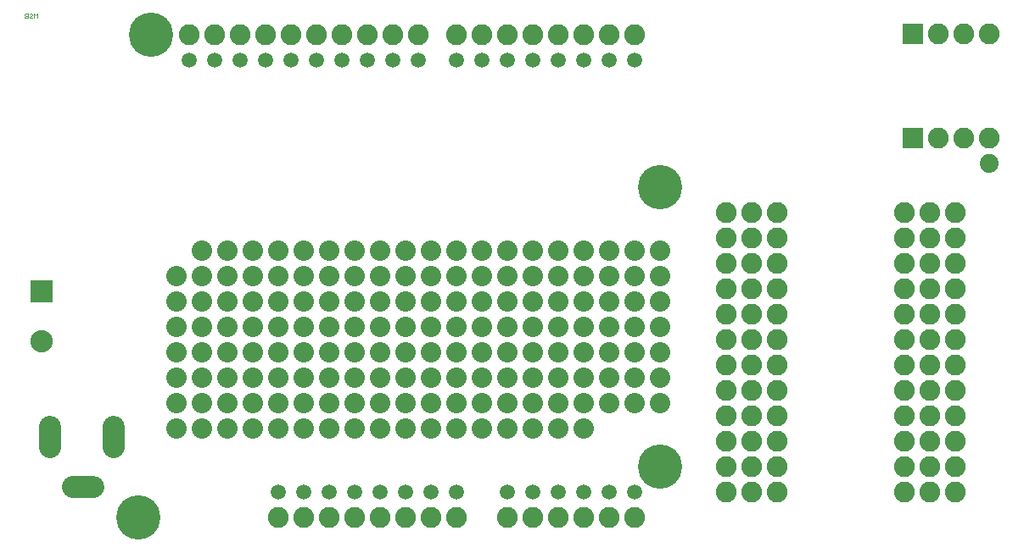
<source format=gbs>
G75*
%MOIN*%
%OFA0B0*%
%FSLAX24Y24*%
%IPPOS*%
%LPD*%
%AMOC8*
5,1,8,0,0,1.08239X$1,22.5*
%
%ADD10C,0.0030*%
%ADD11C,0.0820*%
%ADD12R,0.0880X0.0880*%
%ADD13C,0.0880*%
%ADD14C,0.0867*%
%ADD15R,0.0820X0.0820*%
%ADD16C,0.0740*%
%ADD17C,0.0595*%
%ADD18C,0.1740*%
%ADD19C,0.0800*%
D10*
X027793Y023577D02*
X027822Y023548D01*
X027907Y023548D01*
X027907Y023718D01*
X027822Y023718D01*
X027793Y023690D01*
X027793Y023662D01*
X027822Y023633D01*
X027907Y023633D01*
X027977Y023605D02*
X027977Y023577D01*
X028006Y023548D01*
X028062Y023548D01*
X028091Y023577D01*
X028062Y023633D02*
X028006Y023633D01*
X027977Y023605D01*
X027977Y023690D02*
X028006Y023718D01*
X028062Y023718D01*
X028091Y023690D01*
X028091Y023662D01*
X028062Y023633D01*
X028162Y023718D02*
X028162Y023548D01*
X028275Y023548D02*
X028275Y023718D01*
X028218Y023662D01*
X028162Y023718D01*
X027822Y023633D02*
X027793Y023605D01*
X027793Y023577D01*
D11*
X034240Y022883D03*
X035240Y022883D03*
X036240Y022883D03*
X037240Y022883D03*
X038240Y022883D03*
X039240Y022883D03*
X040240Y022883D03*
X041240Y022883D03*
X042240Y022883D03*
X043240Y022883D03*
X044740Y022883D03*
X045740Y022883D03*
X046740Y022883D03*
X047740Y022883D03*
X048740Y022883D03*
X049740Y022883D03*
X050740Y022883D03*
X051740Y022883D03*
X063690Y022933D03*
X064690Y022933D03*
X065690Y022933D03*
X065690Y018833D03*
X064690Y018833D03*
X063690Y018833D03*
X063340Y015883D03*
X062340Y015883D03*
X064340Y015883D03*
X064340Y014883D03*
X063340Y014883D03*
X062340Y014883D03*
X062340Y013883D03*
X063340Y013883D03*
X064340Y013883D03*
X064340Y012883D03*
X063340Y012883D03*
X062340Y012883D03*
X062340Y011883D03*
X063340Y011883D03*
X064340Y011883D03*
X064340Y010883D03*
X063340Y010883D03*
X062340Y010883D03*
X062340Y009883D03*
X063340Y009883D03*
X064340Y009883D03*
X064340Y008883D03*
X063340Y008883D03*
X062340Y008883D03*
X062340Y007883D03*
X063340Y007883D03*
X064340Y007883D03*
X064340Y006883D03*
X063340Y006883D03*
X062340Y006883D03*
X062340Y005883D03*
X063340Y005883D03*
X064340Y005883D03*
X064340Y004883D03*
X063340Y004883D03*
X062340Y004883D03*
X057340Y004883D03*
X056340Y004883D03*
X055340Y004883D03*
X055340Y005883D03*
X056340Y005883D03*
X057340Y005883D03*
X057340Y006883D03*
X056340Y006883D03*
X055340Y006883D03*
X055340Y007883D03*
X056340Y007883D03*
X057340Y007883D03*
X057340Y008883D03*
X056340Y008883D03*
X055340Y008883D03*
X055340Y009883D03*
X056340Y009883D03*
X057340Y009883D03*
X057340Y010883D03*
X056340Y010883D03*
X055340Y010883D03*
X055340Y011883D03*
X056340Y011883D03*
X057340Y011883D03*
X057340Y012883D03*
X056340Y012883D03*
X055340Y012883D03*
X055340Y013883D03*
X056340Y013883D03*
X057340Y013883D03*
X057340Y014883D03*
X056340Y014883D03*
X055340Y014883D03*
X055340Y015883D03*
X056340Y015883D03*
X057340Y015883D03*
X051740Y003883D03*
X050740Y003883D03*
X049740Y003883D03*
X048740Y003883D03*
X047740Y003883D03*
X046740Y003883D03*
X044740Y003883D03*
X043740Y003883D03*
X042740Y003883D03*
X041740Y003883D03*
X040740Y003883D03*
X039740Y003883D03*
X038740Y003883D03*
X037740Y003883D03*
D12*
X028440Y012783D03*
D13*
X028440Y010815D03*
D14*
X028793Y007461D02*
X028793Y006674D01*
X031273Y006674D02*
X031273Y007461D01*
X030486Y005099D02*
X029698Y005099D01*
D15*
X062690Y018833D03*
X062690Y022933D03*
D16*
X065690Y017833D03*
D17*
X051740Y021883D03*
X050740Y021883D03*
X049740Y021883D03*
X048740Y021883D03*
X047740Y021883D03*
X046740Y021883D03*
X045740Y021883D03*
X044740Y021883D03*
X043240Y021883D03*
X042240Y021883D03*
X041240Y021883D03*
X040240Y021883D03*
X039240Y021883D03*
X038240Y021883D03*
X037240Y021883D03*
X036240Y021883D03*
X035240Y021883D03*
X034240Y021883D03*
X037740Y004883D03*
X038740Y004883D03*
X039740Y004883D03*
X040740Y004883D03*
X041740Y004883D03*
X042740Y004883D03*
X043740Y004883D03*
X044740Y004883D03*
X046740Y004883D03*
X047740Y004883D03*
X048740Y004883D03*
X049740Y004883D03*
X050740Y004883D03*
X051740Y004883D03*
D18*
X052740Y005883D03*
X032240Y003883D03*
X052740Y016883D03*
X032740Y022883D03*
D19*
X034740Y014383D03*
X035740Y014383D03*
X036740Y014383D03*
X037740Y014383D03*
X038740Y014383D03*
X039740Y014383D03*
X040740Y014383D03*
X041740Y014383D03*
X042740Y014383D03*
X043740Y014383D03*
X044740Y014383D03*
X045740Y014383D03*
X046740Y014383D03*
X047740Y014383D03*
X048740Y014383D03*
X049740Y014383D03*
X050740Y014383D03*
X051740Y014383D03*
X052740Y014383D03*
X052740Y013383D03*
X051740Y013383D03*
X050740Y013383D03*
X049740Y013383D03*
X048740Y013383D03*
X047740Y013383D03*
X046740Y013383D03*
X045740Y013383D03*
X044740Y013383D03*
X043740Y013383D03*
X042740Y013383D03*
X041740Y013383D03*
X040740Y013383D03*
X039740Y013383D03*
X038740Y013383D03*
X037740Y013383D03*
X036740Y013383D03*
X035740Y013383D03*
X034740Y013383D03*
X033740Y013383D03*
X033740Y012383D03*
X034740Y012383D03*
X035740Y012383D03*
X036740Y012383D03*
X037740Y012383D03*
X038740Y012383D03*
X039740Y012383D03*
X040740Y012383D03*
X041740Y012383D03*
X042740Y012383D03*
X043740Y012383D03*
X044740Y012383D03*
X045740Y012383D03*
X046740Y012383D03*
X047740Y012383D03*
X048740Y012383D03*
X049740Y012383D03*
X050740Y012383D03*
X051740Y012383D03*
X052740Y012383D03*
X052740Y011383D03*
X051740Y011383D03*
X050740Y011383D03*
X049740Y011383D03*
X048740Y011383D03*
X047740Y011383D03*
X046740Y011383D03*
X045740Y011383D03*
X044740Y011383D03*
X043740Y011383D03*
X042740Y011383D03*
X041740Y011383D03*
X040740Y011383D03*
X039740Y011383D03*
X038740Y011383D03*
X037740Y011383D03*
X036740Y011383D03*
X035740Y011383D03*
X034740Y011383D03*
X033740Y011383D03*
X033740Y010383D03*
X034740Y010383D03*
X035740Y010383D03*
X036740Y010383D03*
X037740Y010383D03*
X038740Y010383D03*
X039740Y010383D03*
X040740Y010383D03*
X041740Y010383D03*
X042740Y010383D03*
X043740Y010383D03*
X044740Y010383D03*
X045740Y010383D03*
X046740Y010383D03*
X047740Y010383D03*
X048740Y010383D03*
X049740Y010383D03*
X050740Y010383D03*
X051740Y010383D03*
X052740Y010383D03*
X052740Y009383D03*
X051740Y009383D03*
X050740Y009383D03*
X049740Y009383D03*
X048740Y009383D03*
X047740Y009383D03*
X046740Y009383D03*
X045740Y009383D03*
X044740Y009383D03*
X043740Y009383D03*
X042740Y009383D03*
X041740Y009383D03*
X040740Y009383D03*
X039740Y009383D03*
X038740Y009383D03*
X037740Y009383D03*
X036740Y009383D03*
X035740Y009383D03*
X034740Y009383D03*
X033740Y009383D03*
X033740Y008383D03*
X034740Y008383D03*
X035740Y008383D03*
X036740Y008383D03*
X037740Y008383D03*
X038740Y008383D03*
X039740Y008383D03*
X040740Y008383D03*
X041740Y008383D03*
X042740Y008383D03*
X043740Y008383D03*
X044740Y008383D03*
X045740Y008383D03*
X046740Y008383D03*
X047740Y008383D03*
X048740Y008383D03*
X049740Y008383D03*
X050740Y008383D03*
X051740Y008383D03*
X052740Y008383D03*
X049740Y007383D03*
X048740Y007383D03*
X047740Y007383D03*
X046740Y007383D03*
X045740Y007383D03*
X044740Y007383D03*
X043740Y007383D03*
X042740Y007383D03*
X041740Y007383D03*
X040740Y007383D03*
X039740Y007383D03*
X038740Y007383D03*
X037740Y007383D03*
X036740Y007383D03*
X035740Y007383D03*
X034740Y007383D03*
X033740Y007383D03*
M02*

</source>
